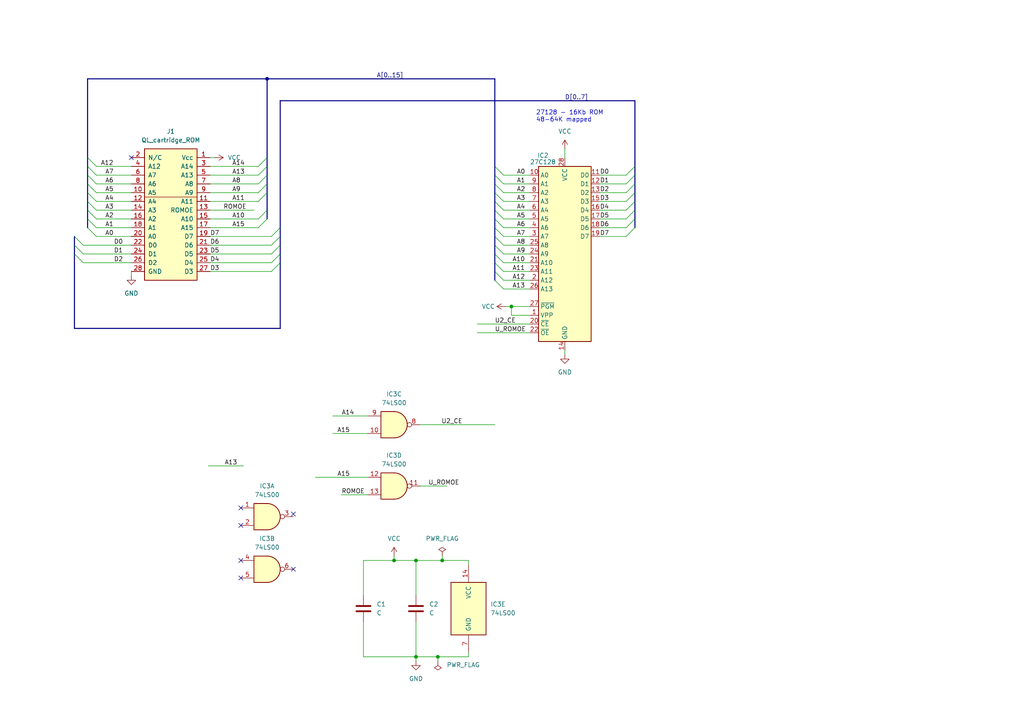
<source format=kicad_sch>
(kicad_sch (version 20231120) (generator "eeschema") (generator_version "8.0")
  (paper "A4")
  (title_block (title "16Kb ROM Cartridge for Sinclair QL") (date "2022-02-02") (rev "0") (company "(c) 2022 Alvaro Alea Fdz.") (comment 1 "IC2 should be 27C128 / W27C512") (comment 2 "https://ohwr.org/cern_ohl_s_v2.txt") (comment 3 "CERN Open Hardware Licence Version 2 - Strongly Reciprocal") (comment 4 "Under License"))
  (lib_symbols
    (symbol "74xx:74LS00" (pin_names (offset 1.016))
      (property "Reference" "U" (at 0 1.27 0))
      (property "Value" "74LS00" (at 0 -1.27 0))
      (symbol "74LS00_1_1"
        (arc (start 0 -3.81) (mid 3.7934 0) (end 0 3.81) (stroke (width 0.254)) (fill (type background)))
        (polyline (pts (xy 0 3.81) (xy -3.81 3.81) (xy -3.81 -3.81) (xy 0 -3.81)) (stroke (width 0.254)) (fill (type background)))
        (pin input line (at -7.62 2.54 0) (length 3.81) (name "~") (number "1"))
        (pin input line (at -7.62 -2.54 0) (length 3.81) (name "~") (number "2"))
        (pin output inverted (at 7.62 0 180) (length 3.81) (name "~") (number "3"))
      )
      (symbol "74LS00_1_2"
        (arc (start -3.81 -3.81) (mid -2.589 0) (end -3.81 3.81) (stroke (width 0.254)))
        (arc (start -0.6096 -3.81) (mid 2.1855 -2.584) (end 3.81 0) (stroke (width 0.254)) (fill (type background)))
        (polyline (pts (xy -3.81 -3.81) (xy -0.635 -3.81)) (stroke (width 0.254)) (fill (type background)))
        (polyline (pts (xy -3.81 3.81) (xy -0.635 3.81)) (stroke (width 0.254)) (fill (type background)))
        (polyline (pts (xy -0.635 3.81) (xy -3.81 3.81) (xy -3.81 3.81) (xy -3.556 3.4036) (xy -3.0226 2.2606) (xy -2.6924 1.0414) (xy -2.6162 -0.254) (xy -2.7686 -1.4986) (xy -3.175 -2.7178) (xy -3.81 -3.81) (xy -3.81 -3.81) (xy -0.635 -3.81)) (stroke (width -25.4)) (fill (type background)))
        (arc (start 3.81 0) (mid 2.1928 2.5925) (end -0.6096 3.81) (stroke (width 0.254)) (fill (type background)))
        (pin input inverted (at -7.62 2.54 0) (length 4.318) (name "~") (number "1"))
        (pin input inverted (at -7.62 -2.54 0) (length 4.318) (name "~") (number "2"))
        (pin output line (at 7.62 0 180) (length 3.81) (name "~") (number "3"))
      )
      (symbol "74LS00_2_1"
        (arc (start 0 -3.81) (mid 3.7934 0) (end 0 3.81) (stroke (width 0.254)) (fill (type background)))
        (polyline (pts (xy 0 3.81) (xy -3.81 3.81) (xy -3.81 -3.81) (xy 0 -3.81)) (stroke (width 0.254)) (fill (type background)))
        (pin input line (at -7.62 2.54 0) (length 3.81) (name "~") (number "4"))
        (pin input line (at -7.62 -2.54 0) (length 3.81) (name "~") (number "5"))
        (pin output inverted (at 7.62 0 180) (length 3.81) (name "~") (number "6"))
      )
      (symbol "74LS00_2_2"
        (arc (start -3.81 -3.81) (mid -2.589 0) (end -3.81 3.81) (stroke (width 0.254)))
        (arc (start -0.6096 -3.81) (mid 2.1855 -2.584) (end 3.81 0) (stroke (width 0.254)) (fill (type background)))
        (polyline (pts (xy -3.81 -3.81) (xy -0.635 -3.81)) (stroke (width 0.254)) (fill (type background)))
        (polyline (pts (xy -3.81 3.81) (xy -0.635 3.81)) (stroke (width 0.254)) (fill (type background)))
        (polyline (pts (xy -0.635 3.81) (xy -3.81 3.81) (xy -3.81 3.81) (xy -3.556 3.4036) (xy -3.0226 2.2606) (xy -2.6924 1.0414) (xy -2.6162 -0.254) (xy -2.7686 -1.4986) (xy -3.175 -2.7178) (xy -3.81 -3.81) (xy -3.81 -3.81) (xy -0.635 -3.81)) (stroke (width -25.4)) (fill (type background)))
        (arc (start 3.81 0) (mid 2.1928 2.5925) (end -0.6096 3.81) (stroke (width 0.254)) (fill (type background)))
        (pin input inverted (at -7.62 2.54 0) (length 4.318) (name "~") (number "4"))
        (pin input inverted (at -7.62 -2.54 0) (length 4.318) (name "~") (number "5"))
        (pin output line (at 7.62 0 180) (length 3.81) (name "~") (number "6"))
      )
      (symbol "74LS00_3_1"
        (arc (start 0 -3.81) (mid 3.7934 0) (end 0 3.81) (stroke (width 0.254)) (fill (type background)))
        (polyline (pts (xy 0 3.81) (xy -3.81 3.81) (xy -3.81 -3.81) (xy 0 -3.81)) (stroke (width 0.254)) (fill (type background)))
        (pin input line (at -7.62 -2.54 0) (length 3.81) (name "~") (number "10"))
        (pin output inverted (at 7.62 0 180) (length 3.81) (name "~") (number "8"))
        (pin input line (at -7.62 2.54 0) (length 3.81) (name "~") (number "9"))
      )
      (symbol "74LS00_3_2"
        (arc (start -3.81 -3.81) (mid -2.589 0) (end -3.81 3.81) (stroke (width 0.254)))
        (arc (start -0.6096 -3.81) (mid 2.1855 -2.584) (end 3.81 0) (stroke (width 0.254)) (fill (type background)))
        (polyline (pts (xy -3.81 -3.81) (xy -0.635 -3.81)) (stroke (width 0.254)) (fill (type background)))
        (polyline (pts (xy -3.81 3.81) (xy -0.635 3.81)) (stroke (width 0.254)) (fill (type background)))
        (polyline (pts (xy -0.635 3.81) (xy -3.81 3.81) (xy -3.81 3.81) (xy -3.556 3.4036) (xy -3.0226 2.2606) (xy -2.6924 1.0414) (xy -2.6162 -0.254) (xy -2.7686 -1.4986) (xy -3.175 -2.7178) (xy -3.81 -3.81) (xy -3.81 -3.81) (xy -0.635 -3.81)) (stroke (width -25.4)) (fill (type background)))
        (arc (start 3.81 0) (mid 2.1928 2.5925) (end -0.6096 3.81) (stroke (width 0.254)) (fill (type background)))
        (pin input inverted (at -7.62 -2.54 0) (length 4.318) (name "~") (number "10"))
        (pin output line (at 7.62 0 180) (length 3.81) (name "~") (number "8"))
        (pin input inverted (at -7.62 2.54 0) (length 4.318) (name "~") (number "9"))
      )
      (symbol "74LS00_4_1"
        (arc (start 0 -3.81) (mid 3.7934 0) (end 0 3.81) (stroke (width 0.254)) (fill (type background)))
        (polyline (pts (xy 0 3.81) (xy -3.81 3.81) (xy -3.81 -3.81) (xy 0 -3.81)) (stroke (width 0.254)) (fill (type background)))
        (pin output inverted (at 7.62 0 180) (length 3.81) (name "~") (number "11"))
        (pin input line (at -7.62 2.54 0) (length 3.81) (name "~") (number "12"))
        (pin input line (at -7.62 -2.54 0) (length 3.81) (name "~") (number "13"))
      )
      (symbol "74LS00_4_2"
        (arc (start -3.81 -3.81) (mid -2.589 0) (end -3.81 3.81) (stroke (width 0.254)))
        (arc (start -0.6096 -3.81) (mid 2.1855 -2.584) (end 3.81 0) (stroke (width 0.254)) (fill (type background)))
        (polyline (pts (xy -3.81 -3.81) (xy -0.635 -3.81)) (stroke (width 0.254)) (fill (type background)))
        (polyline (pts (xy -3.81 3.81) (xy -0.635 3.81)) (stroke (width 0.254)) (fill (type background)))
        (polyline (pts (xy -0.635 3.81) (xy -3.81 3.81) (xy -3.81 3.81) (xy -3.556 3.4036) (xy -3.0226 2.2606) (xy -2.6924 1.0414) (xy -2.6162 -0.254) (xy -2.7686 -1.4986) (xy -3.175 -2.7178) (xy -3.81 -3.81) (xy -3.81 -3.81) (xy -0.635 -3.81)) (stroke (width -25.4)) (fill (type background)))
        (arc (start 3.81 0) (mid 2.1928 2.5925) (end -0.6096 3.81) (stroke (width 0.254)) (fill (type background)))
        (pin output line (at 7.62 0 180) (length 3.81) (name "~") (number "11"))
        (pin input inverted (at -7.62 2.54 0) (length 4.318) (name "~") (number "12"))
        (pin input inverted (at -7.62 -2.54 0) (length 4.318) (name "~") (number "13"))
      )
      (symbol "74LS00_5_0"
        (pin power_in line (at 0 12.7 270) (length 5.08) (name "VCC") (number "14"))
        (pin power_in line (at 0 -12.7 90) (length 5.08) (name "GND") (number "7"))
      )
      (symbol "74LS00_5_1"
        (rectangle (start -5.08 7.62) (end 5.08 -7.62) (stroke (width 0.254)) (fill (type background)))
      )
    )
    (symbol "8bits:QL_cartridge_ROM" (pin_names (offset 1.016))
      (property "Reference" "J1" (at 1.27 27.94 0))
      (property "Value" "QL_cartridge_ROM" (at 1.27 25.4 0))
      (symbol "QL_cartridge_ROM_0_1"
        (polyline (pts (xy -6.35 8.89) (xy 8.89 8.89)))
      )
      (symbol "QL_cartridge_ROM_1_1"
        (rectangle (start -6.35 22.86) (end 8.89 -15.24) (stroke (width 0.254)) (fill (type background)))
        (pin passive line (at 12.7 20.32 180) (length 3.81) (name "Vcc") (number "1"))
        (pin passive line (at -10.16 10.16 0) (length 3.81) (name "A5") (number "10"))
        (pin passive line (at 12.7 7.62 180) (length 3.81) (name "A11") (number "11"))
        (pin passive line (at -10.16 7.62 0) (length 3.81) (name "A4") (number "12"))
        (pin passive line (at 12.7 5.08 180) (length 3.81) (name "ROMOE") (number "13"))
        (pin passive line (at -10.16 5.08 0) (length 3.81) (name "A3") (number "14"))
        (pin passive line (at 12.7 2.54 180) (length 3.81) (name "A10") (number "15"))
        (pin passive line (at -10.16 2.54 0) (length 3.81) (name "A2") (number "16"))
        (pin passive line (at 12.7 0 180) (length 3.81) (name "A15") (number "17"))
        (pin passive line (at -10.16 0 0) (length 3.81) (name "A1") (number "18"))
        (pin passive line (at 12.7 -2.54 180) (length 3.81) (name "D7") (number "19"))
        (pin passive line (at -10.16 20.32 0) (length 3.81) (name "N/C") (number "2"))
        (pin passive line (at -10.16 -2.54 0) (length 3.81) (name "A0") (number "20"))
        (pin passive line (at 12.7 -5.08 180) (length 3.81) (name "D6") (number "21"))
        (pin passive line (at -10.16 -5.08 0) (length 3.81) (name "D0") (number "22"))
        (pin passive line (at 12.7 -7.62 180) (length 3.81) (name "D5") (number "23"))
        (pin passive line (at -10.16 -7.62 0) (length 3.81) (name "D1") (number "24"))
        (pin passive line (at 12.7 -10.16 180) (length 3.81) (name "D4") (number "25"))
        (pin passive line (at -10.16 -10.16 0) (length 3.81) (name "D2") (number "26"))
        (pin passive line (at 12.7 -12.7 180) (length 3.81) (name "D3") (number "27"))
        (pin passive line (at -10.16 -12.7 0) (length 3.81) (name "GND") (number "28"))
        (pin passive line (at 12.7 17.78 180) (length 3.81) (name "A14") (number "3"))
        (pin passive line (at -10.16 17.78 0) (length 3.81) (name "A12") (number "4"))
        (pin passive line (at 12.7 15.24 180) (length 3.81) (name "A13") (number "5"))
        (pin passive line (at -10.16 15.24 0) (length 3.81) (name "A7") (number "6"))
        (pin passive line (at 12.7 12.7 180) (length 3.81) (name "A8") (number "7"))
        (pin passive line (at -10.16 12.7 0) (length 3.81) (name "A6") (number "8"))
        (pin passive line (at 12.7 10.16 180) (length 3.81) (name "A9") (number "9"))
      )
    )
    (symbol "Device:C" (pin_numbers hide) (pin_names (offset 0.254))
      (property "Reference" "C" (at 0.635 2.54 0))
      (property "Value" "C" (at 0.635 -2.54 0))
      (symbol "C_0_1"
        (polyline (pts (xy -2.032 -0.762) (xy 2.032 -0.762)) (stroke (width 0.508)))
        (polyline (pts (xy -2.032 0.762) (xy 2.032 0.762)) (stroke (width 0.508)))
      )
      (symbol "C_1_1"
        (pin passive line (at 0 3.81 270) (length 2.794) (name "~") (number "1"))
        (pin passive line (at 0 -3.81 90) (length 2.794) (name "~") (number "2"))
      )
    )
    (symbol "Memory_EPROM:27C128"
      (property "Reference" "U" (at -7.62 26.67 0))
      (property "Value" "27C128" (at 2.54 -26.67 0))
      (symbol "27C128_1_1"
        (rectangle (start -7.62 25.4) (end 7.62 -25.4) (stroke (width 0.254)) (fill (type background)))
        (pin input line (at -10.16 -17.78 0) (length 2.54) (name "VPP") (number "1"))
        (pin input line (at -10.16 22.86 0) (length 2.54) (name "A0") (number "10"))
        (pin tri_state line (at 10.16 22.86 180) (length 2.54) (name "D0") (number "11"))
        (pin tri_state line (at 10.16 20.32 180) (length 2.54) (name "D1") (number "12"))
        (pin tri_state line (at 10.16 17.78 180) (length 2.54) (name "D2") (number "13"))
        (pin power_in line (at 0 -27.94 90) (length 2.54) (name "GND") (number "14"))
        (pin tri_state line (at 10.16 15.24 180) (length 2.54) (name "D3") (number "15"))
        (pin tri_state line (at 10.16 12.7 180) (length 2.54) (name "D4") (number "16"))
        (pin tri_state line (at 10.16 10.16 180) (length 2.54) (name "D5") (number "17"))
        (pin tri_state line (at 10.16 7.62 180) (length 2.54) (name "D6") (number "18"))
        (pin tri_state line (at 10.16 5.08 180) (length 2.54) (name "D7") (number "19"))
        (pin input line (at -10.16 -7.62 0) (length 2.54) (name "A12") (number "2"))
        (pin input line (at -10.16 -20.32 0) (length 2.54) (name "~{CE}") (number "20"))
        (pin input line (at -10.16 -2.54 0) (length 2.54) (name "A10") (number "21"))
        (pin input line (at -10.16 -22.86 0) (length 2.54) (name "~{OE}") (number "22"))
        (pin input line (at -10.16 -5.08 0) (length 2.54) (name "A11") (number "23"))
        (pin input line (at -10.16 0 0) (length 2.54) (name "A9") (number "24"))
        (pin input line (at -10.16 2.54 0) (length 2.54) (name "A8") (number "25"))
        (pin input line (at -10.16 -10.16 0) (length 2.54) (name "A13") (number "26"))
        (pin input line (at -10.16 -15.24 0) (length 2.54) (name "~{PGM}") (number "27"))
        (pin power_in line (at 0 27.94 270) (length 2.54) (name "VCC") (number "28"))
        (pin input line (at -10.16 5.08 0) (length 2.54) (name "A7") (number "3"))
        (pin input line (at -10.16 7.62 0) (length 2.54) (name "A6") (number "4"))
        (pin input line (at -10.16 10.16 0) (length 2.54) (name "A5") (number "5"))
        (pin input line (at -10.16 12.7 0) (length 2.54) (name "A4") (number "6"))
        (pin input line (at -10.16 15.24 0) (length 2.54) (name "A3") (number "7"))
        (pin input line (at -10.16 17.78 0) (length 2.54) (name "A2") (number "8"))
        (pin input line (at -10.16 20.32 0) (length 2.54) (name "A1") (number "9"))
      )
    )
    (symbol "power:GND" (power) (pin_names (offset 0))
      (property "Value" "GND" (at 0 -3.81 0))
      (symbol "GND_0_1"
        (polyline (pts (xy 0 0) (xy 0 -1.27) (xy 1.27 -1.27) (xy 0 -2.54) (xy -1.27 -1.27) (xy 0 -1.27)))
      )
      (symbol "GND_1_1"
        (pin power_in line (at 0 0 270) (length 0) hide (name "GND") (number "1"))
      )
    )
    (symbol "power:PWR_FLAG" (power) (pin_numbers hide) (pin_names (offset 0) hide)
      (property "Value" "PWR_FLAG" (at 0 3.81 0))
      (symbol "PWR_FLAG_0_0"
        (pin power_out line (at 0 0 90) (length 0) (name "pwr") (number "1"))
      )
      (symbol "PWR_FLAG_0_1"
        (polyline (pts (xy 0 0) (xy 0 1.27) (xy -1.016 1.905) (xy 0 2.54) (xy 1.016 1.905) (xy 0 1.27)))
      )
    )
    (symbol "power:VCC" (power) (pin_names (offset 0))
      (property "Value" "VCC" (at 0 3.81 0))
      (symbol "VCC_0_1"
        (polyline (pts (xy -0.762 1.27) (xy 0 2.54)))
        (polyline (pts (xy 0 0) (xy 0 2.54)))
        (polyline (pts (xy 0 2.54) (xy 0.762 1.27)))
      )
      (symbol "VCC_1_1"
        (pin power_in line (at 0 0 90) (length 0) hide (name "VCC") (number "1"))
      )
    )
  )
  (junction (at 114.3 162.56))
  (junction (at 128.27 162.56))
  (junction (at 148.336 88.9))
  (junction (at 127 190.5))
  (junction (at 120.65 190.5))
  (junction (at 120.65 162.56))
  (junction (at 77.47 22.86))
  (no_connect (at 69.85 147.32))
  (no_connect (at 85.09 149.098))
  (no_connect (at 69.85 167.64))
  (no_connect (at 69.85 152.4))
  (no_connect (at 69.85 162.56))
  (no_connect (at 85.09 165.1))
  (no_connect (at 38.1 45.72))
  (bus_entry (at 143.51 71.12) (size 2.54 2.54))
  (bus_entry (at 184.15 66.04) (size -2.54 2.54))
  (bus_entry (at 25.4 53.34) (size 2.54 2.54))
  (bus_entry (at 81.28 66.04) (size -2.54 2.54))
  (bus_entry (at 143.51 53.34) (size 2.54 2.54))
  (bus_entry (at 25.4 60.96) (size 2.54 2.54))
  (bus_entry (at 77.47 60.96) (size -2.54 2.54))
  (bus_entry (at 25.4 45.72) (size 2.54 2.54))
  (bus_entry (at 77.47 48.26) (size -2.54 2.54))
  (bus_entry (at 77.47 55.88) (size -2.54 2.54))
  (bus_entry (at 184.15 55.88) (size -2.54 2.54))
  (bus_entry (at 143.51 63.5) (size 2.54 2.54))
  (bus_entry (at 25.4 48.26) (size 2.54 2.54))
  (bus_entry (at 143.51 55.88) (size 2.54 2.54))
  (bus_entry (at 81.28 68.58) (size -2.54 2.54))
  (bus_entry (at 21.59 68.58) (size 2.54 2.54))
  (bus_entry (at 184.15 50.8) (size -2.54 2.54))
  (bus_entry (at 21.59 73.66) (size 2.54 2.54))
  (bus_entry (at 25.4 63.5) (size 2.54 2.54))
  (bus_entry (at 25.4 58.42) (size 2.54 2.54))
  (bus_entry (at 143.51 76.2) (size 2.54 2.54))
  (bus_entry (at 143.51 68.58) (size 2.54 2.54))
  (bus_entry (at 184.15 58.42) (size -2.54 2.54))
  (bus_entry (at 184.15 48.26) (size -2.54 2.54))
  (bus_entry (at 77.47 53.34) (size -2.54 2.54))
  (bus_entry (at 143.51 81.28) (size 2.54 2.54))
  (bus_entry (at 143.51 73.66) (size 2.54 2.54))
  (bus_entry (at 77.47 63.5) (size -2.54 2.54))
  (bus_entry (at 184.15 60.96) (size -2.54 2.54))
  (bus_entry (at 21.59 71.12) (size 2.54 2.54))
  (bus_entry (at 77.47 50.8) (size -2.54 2.54))
  (bus_entry (at 143.51 66.04) (size 2.54 2.54))
  (bus_entry (at 81.28 73.66) (size -2.54 2.54))
  (bus_entry (at 81.28 76.2) (size -2.54 2.54))
  (bus_entry (at 25.4 55.88) (size 2.54 2.54))
  (bus_entry (at 25.4 50.8) (size 2.54 2.54))
  (bus_entry (at 184.15 63.5) (size -2.54 2.54))
  (bus_entry (at 143.51 60.96) (size 2.54 2.54))
  (bus_entry (at 184.15 53.34) (size -2.54 2.54))
  (bus_entry (at 25.4 66.04) (size 2.54 2.54))
  (bus_entry (at 81.28 71.12) (size -2.54 2.54))
  (bus_entry (at 143.51 58.42) (size 2.54 2.54))
  (bus_entry (at 143.51 48.26) (size 2.54 2.54))
  (bus_entry (at 143.51 78.74) (size 2.54 2.54))
  (bus_entry (at 143.51 50.8) (size 2.54 2.54))
  (bus_entry (at 77.47 45.72) (size -2.54 2.54))
  (wire (pts (xy 173.99 63.5) (xy 181.61 63.5)))
  (bus (pts (xy 143.51 55.88) (xy 143.51 58.42)))
  (bus (pts (xy 143.51 66.04) (xy 143.51 68.58)))
  (wire (pts (xy 146.05 73.66) (xy 153.67 73.66)))
  (wire (pts (xy 24.13 73.66) (xy 38.1 73.66)))
  (wire (pts (xy 146.05 81.28) (xy 153.67 81.28)))
  (bus (pts (xy 21.59 71.12) (xy 21.59 73.66)))
  (bus (pts (xy 184.15 58.42) (xy 184.15 60.96)))
  (bus (pts (xy 81.28 76.2) (xy 81.28 95.25)))
  (wire (pts (xy 146.05 83.82) (xy 153.67 83.82)))
  (wire (pts (xy 60.96 45.72) (xy 62.23 45.72)))
  (wire (pts (xy 120.65 190.5) (xy 120.65 191.77)))
  (wire (pts (xy 105.41 162.56) (xy 105.41 172.72)))
  (wire (pts (xy 114.3 162.56) (xy 105.41 162.56)))
  (wire (pts (xy 114.3 162.56) (xy 120.65 162.56)))
  (wire (pts (xy 135.89 162.56) (xy 128.27 162.56)))
  (wire (pts (xy 135.89 163.83) (xy 135.89 162.56)))
  (wire (pts (xy 60.96 66.04) (xy 74.93 66.04)))
  (bus (pts (xy 25.4 50.8) (xy 25.4 53.34)))
  (wire (pts (xy 146.05 50.8) (xy 153.67 50.8)))
  (wire (pts (xy 70.612 135.128) (xy 60.452 135.128)))
  (bus (pts (xy 77.47 22.86) (xy 77.47 45.72)))
  (wire (pts (xy 146.685 88.9) (xy 148.336 88.9)))
  (bus (pts (xy 184.15 50.8) (xy 184.15 53.34)))
  (bus (pts (xy 81.28 71.12) (xy 81.28 73.66)))
  (bus (pts (xy 143.51 58.42) (xy 143.51 60.96)))
  (wire (pts (xy 96.52 125.73) (xy 106.68 125.73)))
  (wire (pts (xy 60.96 76.2) (xy 78.74 76.2)))
  (wire (pts (xy 146.05 55.88) (xy 153.67 55.88)))
  (bus (pts (xy 143.51 60.96) (xy 143.51 63.5)))
  (wire (pts (xy 27.94 55.88) (xy 38.1 55.88)))
  (wire (pts (xy 99.06 143.51) (xy 106.68 143.51)))
  (bus (pts (xy 77.47 55.88) (xy 77.47 60.96)))
  (wire (pts (xy 105.41 190.5) (xy 105.41 180.34)))
  (wire (pts (xy 105.41 190.5) (xy 120.65 190.5)))
  (wire (pts (xy 127 190.5) (xy 120.65 190.5)))
  (wire (pts (xy 135.89 189.23) (xy 135.89 190.5)))
  (wire (pts (xy 135.89 190.5) (xy 127 190.5)))
  (bus (pts (xy 25.4 58.42) (xy 25.4 60.96)))
  (wire (pts (xy 173.99 60.96) (xy 181.61 60.96)))
  (bus (pts (xy 143.51 63.5) (xy 143.51 66.04)))
  (wire (pts (xy 146.05 71.12) (xy 153.67 71.12)))
  (bus (pts (xy 25.4 55.88) (xy 25.4 58.42)))
  (bus (pts (xy 184.15 55.88) (xy 184.15 58.42)))
  (bus (pts (xy 81.28 73.66) (xy 81.28 76.2)))
  (wire (pts (xy 163.83 101.6) (xy 163.83 102.87)))
  (wire (pts (xy 128.27 161.29) (xy 128.27 162.56)))
  (bus (pts (xy 25.4 45.72) (xy 25.4 48.26)))
  (wire (pts (xy 146.05 58.42) (xy 153.67 58.42)))
  (bus (pts (xy 143.51 53.34) (xy 143.51 55.88)))
  (wire (pts (xy 27.94 53.34) (xy 38.1 53.34)))
  (wire (pts (xy 121.92 140.97) (xy 129.54 140.97)))
  (wire (pts (xy 24.13 76.2) (xy 38.1 76.2)))
  (wire (pts (xy 120.65 162.56) (xy 128.27 162.56)))
  (bus (pts (xy 81.28 66.04) (xy 81.28 68.58)))
  (bus (pts (xy 184.15 63.5) (xy 184.15 66.04)))
  (wire (pts (xy 146.05 76.2) (xy 153.67 76.2)))
  (wire (pts (xy 27.94 68.58) (xy 38.1 68.58)))
  (wire (pts (xy 27.94 66.04) (xy 38.1 66.04)))
  (wire (pts (xy 146.05 68.58) (xy 153.67 68.58)))
  (wire (pts (xy 148.336 91.44) (xy 153.67 91.44)))
  (wire (pts (xy 60.96 58.42) (xy 74.93 58.42)))
  (wire (pts (xy 173.99 55.88) (xy 181.61 55.88)))
  (bus (pts (xy 81.28 29.21) (xy 184.15 29.21)))
  (bus (pts (xy 184.15 29.21) (xy 184.15 48.26)))
  (wire (pts (xy 146.05 78.74) (xy 153.67 78.74)))
  (wire (pts (xy 60.96 71.12) (xy 78.74 71.12)))
  (bus (pts (xy 25.4 22.86) (xy 25.4 45.72)))
  (bus (pts (xy 77.47 22.86) (xy 25.4 22.86)))
  (bus (pts (xy 77.47 22.86) (xy 143.51 22.86)))
  (wire (pts (xy 138.43 96.52) (xy 153.67 96.52)))
  (bus (pts (xy 25.4 53.34) (xy 25.4 55.88)))
  (wire (pts (xy 96.52 120.65) (xy 106.68 120.65)))
  (wire (pts (xy 163.83 43.18) (xy 163.83 45.72)))
  (bus (pts (xy 143.51 73.66) (xy 143.51 76.2)))
  (bus (pts (xy 184.15 48.26) (xy 184.15 50.8)))
  (bus (pts (xy 143.51 78.74) (xy 143.51 81.28)))
  (wire (pts (xy 27.94 60.96) (xy 38.1 60.96)))
  (wire (pts (xy 148.336 88.9) (xy 148.336 91.44)))
  (wire (pts (xy 27.94 50.8) (xy 38.1 50.8)))
  (bus (pts (xy 184.15 53.34) (xy 184.15 55.88)))
  (bus (pts (xy 77.47 60.96) (xy 77.47 63.5)))
  (bus (pts (xy 25.4 60.96) (xy 25.4 63.5)))
  (bus (pts (xy 143.51 68.58) (xy 143.51 71.12)))
  (wire (pts (xy 60.96 68.58) (xy 78.74 68.58)))
  (bus (pts (xy 77.47 48.26) (xy 77.47 50.8)))
  (wire (pts (xy 60.96 78.74) (xy 78.74 78.74)))
  (wire (pts (xy 146.05 53.34) (xy 153.67 53.34)))
  (wire (pts (xy 146.05 60.96) (xy 153.67 60.96)))
  (wire (pts (xy 114.3 161.29) (xy 114.3 162.56)))
  (wire (pts (xy 173.99 53.34) (xy 181.61 53.34)))
  (wire (pts (xy 127 190.5) (xy 127 191.77)))
  (wire (pts (xy 138.43 93.98) (xy 153.67 93.98)))
  (bus (pts (xy 143.51 50.8) (xy 143.51 53.34)))
  (wire (pts (xy 60.96 63.5) (xy 74.93 63.5)))
  (bus (pts (xy 143.51 71.12) (xy 143.51 73.66)))
  (bus (pts (xy 143.51 22.86) (xy 143.51 48.26)))
  (bus (pts (xy 77.47 45.72) (xy 77.47 48.26)))
  (wire (pts (xy 24.13 71.12) (xy 38.1 71.12)))
  (bus (pts (xy 143.51 48.26) (xy 143.51 50.8)))
  (wire (pts (xy 38.1 78.74) (xy 38.1 80.01)))
  (bus (pts (xy 25.4 63.5) (xy 25.4 66.04)))
  (bus (pts (xy 143.51 76.2) (xy 143.51 78.74)))
  (bus (pts (xy 21.59 68.58) (xy 21.59 71.12)))
  (bus (pts (xy 81.28 29.21) (xy 81.28 66.04)))
  (bus (pts (xy 81.28 95.25) (xy 21.59 95.25)))
  (wire (pts (xy 173.99 58.42) (xy 181.61 58.42)))
  (wire (pts (xy 60.96 73.66) (xy 78.74 73.66)))
  (wire (pts (xy 173.99 50.8) (xy 181.61 50.8)))
  (wire (pts (xy 60.96 50.8) (xy 74.93 50.8)))
  (bus (pts (xy 77.47 53.34) (xy 77.47 55.88)))
  (wire (pts (xy 27.94 48.26) (xy 38.1 48.26)))
  (wire (pts (xy 146.05 63.5) (xy 153.67 63.5)))
  (wire (pts (xy 148.336 88.9) (xy 153.67 88.9)))
  (bus (pts (xy 21.59 73.66) (xy 21.59 95.25)))
  (wire (pts (xy 120.65 180.34) (xy 120.65 190.5)))
  (wire (pts (xy 121.92 123.19) (xy 143.51 123.19)))
  (wire (pts (xy 120.65 162.56) (xy 120.65 172.72)))
  (wire (pts (xy 27.94 63.5) (xy 38.1 63.5)))
  (wire (pts (xy 60.96 60.96) (xy 73.66 60.96)))
  (wire (pts (xy 91.44 138.43) (xy 106.68 138.43)))
  (bus (pts (xy 77.47 50.8) (xy 77.47 53.34)))
  (wire (pts (xy 146.05 66.04) (xy 153.67 66.04)))
  (bus (pts (xy 25.4 48.26) (xy 25.4 50.8)))
  (wire (pts (xy 60.96 55.88) (xy 74.93 55.88)))
  (wire (pts (xy 173.99 66.04) (xy 181.61 66.04)))
  (bus (pts (xy 184.15 60.96) (xy 184.15 63.5)))
  (bus (pts (xy 81.28 68.58) (xy 81.28 71.12)))
  (wire (pts (xy 27.94 58.42) (xy 38.1 58.42)))
  (wire (pts (xy 173.99 68.58) (xy 181.61 68.58)))
  (wire (pts (xy 60.96 53.34) (xy 74.93 53.34)))
  (wire (pts (xy 60.96 48.26) (xy 74.93 48.26)))
  (text "27128 - 16Kb ROM\n48-64K mapped" (at 155.448 35.56 0) (effects (font (size 1.27 1.27)) (justify left bottom)))
  (label "D3" (at 60.96 78.74 0))
  (label "A10" (at 148.59 76.2 0))
  (label "A13" (at 148.59 83.82 0))
  (label "A[0..15]" (at 109.22 22.86 0))
  (label "A11" (at 148.59 78.74 0))
  (label "A2" (at 30.48 63.5 0))
  (label "A9" (at 149.86 73.66 0))
  (label "D1" (at 33.02 73.66 0))
  (label "A4" (at 30.48 58.42 0))
  (label "A4" (at 149.86 60.96 0))
  (label "D5" (at 60.96 73.66 0))
  (label "D7" (at 60.96 68.58 0))
  (label "A7" (at 30.48 50.8 0))
  (label "A13" (at 67.31 50.8 0))
  (label "D[0..7]" (at 163.83 29.21 0))
  (label "A5" (at 30.48 55.88 0))
  (label "A6" (at 149.86 66.04 0))
  (label "A3" (at 30.48 60.96 0))
  (label "A8" (at 149.86 71.12 0))
  (label "A12" (at 29.21 48.26 0))
  (label "D2" (at 173.99 55.88 0))
  (label "A11" (at 67.31 58.42 0))
  (label "D0" (at 173.99 50.8 0))
  (label "A15" (at 97.79 125.73 0))
  (label "D2" (at 33.02 76.2 0))
  (label "D1" (at 173.99 53.34 0))
  (label "A3" (at 149.86 58.42 0))
  (label "D3" (at 173.99 58.42 0))
  (label "A14" (at 99.06 120.65 0))
  (label "D4" (at 173.99 60.96 0))
  (label "ROMOE" (at 99.06 143.51 0))
  (label "A6" (at 30.48 53.34 0))
  (label "A9" (at 67.31 55.88 0))
  (label "A2" (at 149.86 55.88 0))
  (label "U2_CE" (at 128.016 123.19 0))
  (label "A15" (at 97.79 138.43 0))
  (label "D7" (at 173.99 68.58 0))
  (label "U_ROMOE" (at 143.51 96.52 0))
  (label "A15" (at 67.31 66.04 0))
  (label "A13" (at 68.834 135.128 180))
  (label "U2_CE" (at 143.51 93.98 0))
  (label "A1" (at 30.48 66.04 0))
  (label "A10" (at 67.31 63.5 0))
  (label "U_ROMOE" (at 124.206 140.97 0))
  (label "D6" (at 60.96 71.12 0))
  (label "ROMOE" (at 64.77 60.96 0))
  (label "A0" (at 30.48 68.58 0))
  (label "A12" (at 148.59 81.28 0))
  (label "A0" (at 149.86 50.8 0))
  (label "A5" (at 149.86 63.5 0))
  (label "D6" (at 173.99 66.04 0))
  (label "D4" (at 60.96 76.2 0))
  (label "A7" (at 149.86 68.58 0))
  (label "A14" (at 67.31 48.26 0))
  (label "A8" (at 67.31 53.34 0))
  (label "D0" (at 33.02 71.12 0))
  (label "A1" (at 149.86 53.34 0))
  (label "D5" (at 173.99 63.5 0))
  (symbol (lib_id "power:GND") (at 120.65 191.77 0) (unit 1)
    (property "Reference" "#PWR06" (effects (hide yes)))
    (property "Value" "GND" (at 120.65 196.85 0))
  )
  (symbol (lib_id "power:VCC") (at 146.685 88.9 90) (unit 1)
    (property "Reference" "#PWR0102" (effects (hide yes)))
    (property "Value" "VCC" (at 139.7 88.8999 90) (effects (justify right)))
  )
  (symbol (lib_id "power:PWR_FLAG") (at 127 191.77 180) (unit 1)
    (property "Reference" "#FLG01" (effects (hide yes)))
    (property "Value" "PWR_FLAG" (at 129.54 192.8494 0) (effects (justify right)))
  )
  (symbol (lib_id "power:GND") (at 38.1 80.01 0) (unit 1)
    (property "Reference" "#PWR01" (effects (hide yes)))
    (property "Value" "GND" (at 38.1 85.09 0))
  )
  (symbol (lib_id "8bits:QL_cartridge_ROM") (at 48.26 66.04 0) (unit 1)
    (property "Reference" "J1" (at 49.53 38.1 0))
    (property "Value" "QL_cartridge_ROM" (at 49.53 40.64 0))
    (property "Footprint" "8bits:CART_QL_EDGE" (effects (hide yes)))
  )
  (symbol (lib_id "74xx:74LS00") (at 114.3 123.19 0) (unit 3)
    (property "Reference" "IC3" (at 114.3 114.3 0))
    (property "Value" "74LS00" (at 114.3 116.84 0))
    (property "Footprint" "Package_DIP:DIP-14_W7.62mm" (effects (hide yes)))
    (property "Datasheet" "http://www.ti.com/lit/gpn/sn74ls00" (effects (hide yes)))
  )
  (symbol (lib_id "74xx:74LS00") (at 77.47 165.1 0) (unit 2)
    (property "Reference" "IC3" (at 77.47 156.21 0))
    (property "Value" "74LS00" (at 77.47 158.75 0))
    (property "Footprint" "Package_DIP:DIP-14_W7.62mm" (effects (hide yes)))
    (property "Datasheet" "http://www.ti.com/lit/gpn/sn74ls00" (effects (hide yes)))
  )
  (symbol (lib_id "74xx:74LS00") (at 114.3 140.97 0) (unit 4)
    (property "Reference" "IC3" (at 114.3 132.08 0))
    (property "Value" "74LS00" (at 114.3 134.62 0))
    (property "Footprint" "Package_DIP:DIP-14_W7.62mm" (effects (hide yes)))
    (property "Datasheet" "http://www.ti.com/lit/gpn/sn74ls00" (effects (hide yes)))
  )
  (symbol (lib_id "power:PWR_FLAG") (at 128.27 161.29 0) (unit 1)
    (property "Reference" "#FLG02" (effects (hide yes)))
    (property "Value" "PWR_FLAG" (at 128.27 156.21 0))
  )
  (symbol (lib_id "power:VCC") (at 163.83 43.18 0) (unit 1)
    (property "Reference" "#PWR07" (effects (hide yes)))
    (property "Value" "VCC" (at 163.83 38.1 0))
  )
  (symbol (lib_id "Device:C") (at 120.65 176.53 0) (unit 1)
    (property "Reference" "C2" (at 124.46 175.2599 0) (effects (justify left)))
    (property "Value" "C" (at 124.46 177.7999 0) (effects (justify left)))
    (property "Footprint" "Capacitor_THT:C_Disc_D4.3mm_W1.9mm_P5.00mm" (effects (hide yes)))
  )
  (symbol (lib_id "power:VCC") (at 62.23 45.72 270) (unit 1)
    (property "Reference" "#PWR02" (effects (hide yes)))
    (property "Value" "VCC" (at 66.04 45.7199 90) (effects (justify left)))
  )
  (symbol (lib_id "74xx:74LS00") (at 77.47 149.86 0) (unit 1)
    (property "Reference" "IC3" (at 77.47 140.97 0))
    (property "Value" "74LS00" (at 77.47 143.51 0))
    (property "Footprint" "Package_DIP:DIP-14_W7.62mm" (effects (hide yes)))
    (property "Datasheet" "http://www.ti.com/lit/gpn/sn74ls00" (effects (hide yes)))
  )
  (symbol (lib_id "74xx:74LS00") (at 135.89 176.53 0) (unit 5)
    (property "Reference" "IC3" (at 142.24 175.2599 0) (effects (justify left)))
    (property "Value" "74LS00" (at 142.24 177.7999 0) (effects (justify left)))
    (property "Footprint" "Package_DIP:DIP-14_W7.62mm" (effects (hide yes)))
    (property "Datasheet" "http://www.ti.com/lit/gpn/sn74ls00" (effects (hide yes)))
  )
  (symbol (lib_id "power:VCC") (at 114.3 161.29 0) (unit 1)
    (property "Reference" "#PWR05" (effects (hide yes)))
    (property "Value" "VCC" (at 114.3 156.21 0))
  )
  (symbol (lib_id "Memory_EPROM:27C128") (at 163.83 73.66 0) (unit 1)
    (property "Reference" "IC2" (at 157.48 45.085 0))
    (property "Value" "27C128" (at 157.48 46.99 0))
    (property "Footprint" "Package_DIP:DIP-28_W15.24mm" (effects (hide yes)))
    (property "Datasheet" "http://ww1.microchip.com/downloads/en/devicedoc/11003L.pdf" (effects (hide yes)))
  )
  (symbol (lib_id "power:GND") (at 163.83 102.87 0) (unit 1)
    (property "Reference" "#PWR08" (effects (hide yes)))
    (property "Value" "GND" (at 163.83 107.95 0))
  )
  (symbol (lib_id "Device:C") (at 105.41 176.53 0) (unit 1)
    (property "Reference" "C1" (at 109.22 175.2599 0) (effects (justify left)))
    (property "Value" "C" (at 109.22 177.7999 0) (effects (justify left)))
    (property "Footprint" "Capacitor_THT:C_Disc_D4.3mm_W1.9mm_P5.00mm" (effects (hide yes)))
  )
)
</source>
